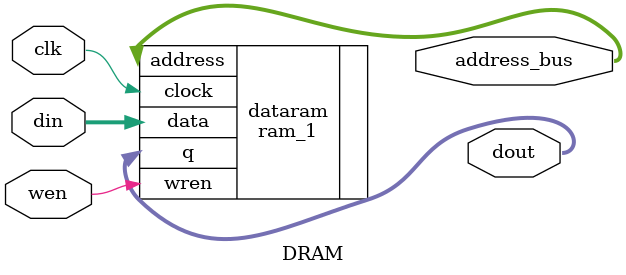
<source format=v>
module DRAM(address_bus,clk,din,dout,wen);


input wen,clk;
input [7:0] din;
output [15:0] address_bus;
output [7:0] dout;
reg button;

ram_1 dataram(.address(address_bus),.clock(clk),
	.data(din),
	.wren(wen),
	.q(dout));
	

always @(posedge clk)
begin
button<=!wen;
end
endmodule

</source>
